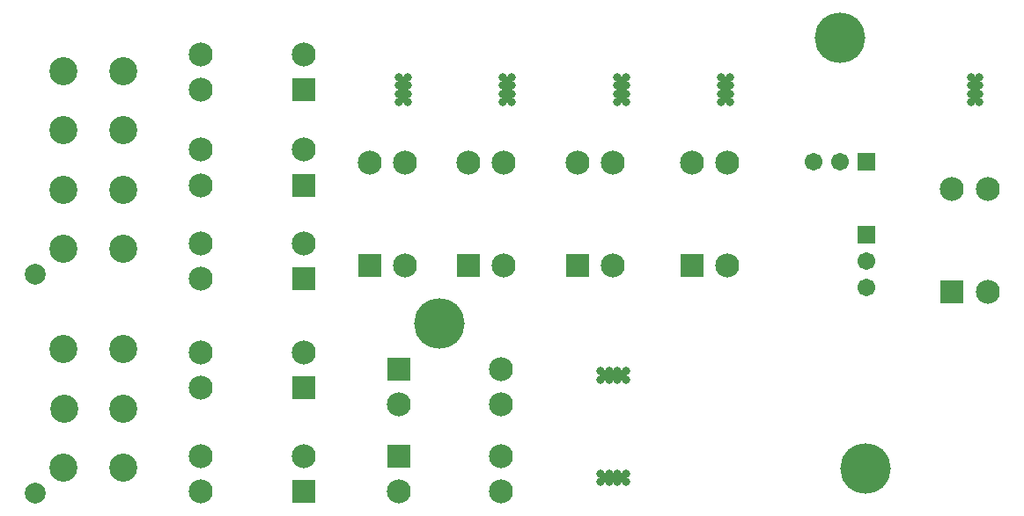
<source format=gbs>
G04*
G04 #@! TF.GenerationSoftware,Altium Limited,Altium Designer,19.0.14 (431)*
G04*
G04 Layer_Color=16711935*
%FSLAX25Y25*%
%MOIN*%
G70*
G01*
G75*
%ADD20C,0.19107*%
%ADD21R,0.09068X0.09068*%
%ADD22C,0.09068*%
%ADD23C,0.10642*%
%ADD24R,0.09068X0.09068*%
%ADD25C,0.06737*%
%ADD26R,0.06737X0.06737*%
%ADD27R,0.06737X0.06737*%
%ADD28C,0.07887*%
%ADD29C,0.03162*%
D20*
X212598Y114173D02*
D03*
X364173Y222441D02*
D03*
X374016Y59055D02*
D03*
D21*
X308268Y136024D02*
D03*
X186221D02*
D03*
X264961D02*
D03*
X223622D02*
D03*
X406693Y126181D02*
D03*
D22*
X308268Y175000D02*
D03*
X321654D02*
D03*
Y136024D02*
D03*
X186221Y175000D02*
D03*
X199606D02*
D03*
Y136024D02*
D03*
X264961Y175000D02*
D03*
X278346D02*
D03*
Y136024D02*
D03*
X223622Y175000D02*
D03*
X237008D02*
D03*
Y136024D02*
D03*
X161221Y103150D02*
D03*
X122244D02*
D03*
Y89764D02*
D03*
X161221Y63779D02*
D03*
X122244D02*
D03*
Y50393D02*
D03*
X161221Y144488D02*
D03*
X122244D02*
D03*
Y131102D02*
D03*
X161221Y179921D02*
D03*
X122244D02*
D03*
Y166535D02*
D03*
X197047Y83465D02*
D03*
X236024D02*
D03*
Y96850D02*
D03*
X197047Y50393D02*
D03*
X236024D02*
D03*
Y63779D02*
D03*
X420079Y126181D02*
D03*
Y165157D02*
D03*
X406693D02*
D03*
X161221Y216142D02*
D03*
X122244D02*
D03*
Y202756D02*
D03*
D23*
X92716Y209779D02*
D03*
Y187338D02*
D03*
Y164897D02*
D03*
Y142456D02*
D03*
X70276Y209779D02*
D03*
Y187338D02*
D03*
Y164897D02*
D03*
Y142456D02*
D03*
X92716Y104331D02*
D03*
Y81890D02*
D03*
Y59449D02*
D03*
X70276Y104331D02*
D03*
X70472Y81890D02*
D03*
X70276Y59449D02*
D03*
D24*
X161221Y89764D02*
D03*
Y50393D02*
D03*
Y131102D02*
D03*
Y166535D02*
D03*
X197047Y96850D02*
D03*
Y63779D02*
D03*
X161221Y202756D02*
D03*
D25*
X354173Y175394D02*
D03*
X364173D02*
D03*
X374173Y127638D02*
D03*
Y137638D02*
D03*
D26*
Y175394D02*
D03*
D27*
Y147638D02*
D03*
D28*
X59370Y132692D02*
D03*
Y49685D02*
D03*
D29*
X283071Y96064D02*
D03*
Y92914D02*
D03*
X273621D02*
D03*
Y96064D02*
D03*
X279921Y92915D02*
D03*
Y96064D02*
D03*
X276771D02*
D03*
Y92915D02*
D03*
X278345Y94489D02*
D03*
X281495D02*
D03*
X275196D02*
D03*
X273620Y53936D02*
D03*
Y57086D02*
D03*
X283070D02*
D03*
Y53936D02*
D03*
X276770Y57086D02*
D03*
Y53936D02*
D03*
X279920D02*
D03*
Y57086D02*
D03*
X278345Y55512D02*
D03*
X275196D02*
D03*
X281495D02*
D03*
X413779Y207481D02*
D03*
X416929D02*
D03*
Y198031D02*
D03*
X413779D02*
D03*
X416929Y204331D02*
D03*
X413779D02*
D03*
Y201181D02*
D03*
X416929D02*
D03*
X415355Y202755D02*
D03*
Y205905D02*
D03*
Y199606D02*
D03*
X319290Y207481D02*
D03*
X322440D02*
D03*
Y198031D02*
D03*
X319290D02*
D03*
X322440Y204331D02*
D03*
X319290D02*
D03*
Y201181D02*
D03*
X322440D02*
D03*
X320866Y202755D02*
D03*
Y205905D02*
D03*
Y199606D02*
D03*
X279920Y207481D02*
D03*
X283070D02*
D03*
Y198031D02*
D03*
X279920D02*
D03*
X283069Y204331D02*
D03*
X279920D02*
D03*
Y201181D02*
D03*
X283069D02*
D03*
X281496Y202755D02*
D03*
Y205905D02*
D03*
Y199606D02*
D03*
X236614Y207481D02*
D03*
X239764D02*
D03*
Y198031D02*
D03*
X236614D02*
D03*
X239763Y204331D02*
D03*
X236614D02*
D03*
Y201181D02*
D03*
X239763D02*
D03*
X238189Y202755D02*
D03*
Y205905D02*
D03*
Y199606D02*
D03*
X197244Y207481D02*
D03*
X200394D02*
D03*
Y198031D02*
D03*
X197244D02*
D03*
X200393Y204331D02*
D03*
X197244D02*
D03*
Y201181D02*
D03*
X200393D02*
D03*
X198819Y202755D02*
D03*
Y205905D02*
D03*
Y199606D02*
D03*
M02*

</source>
